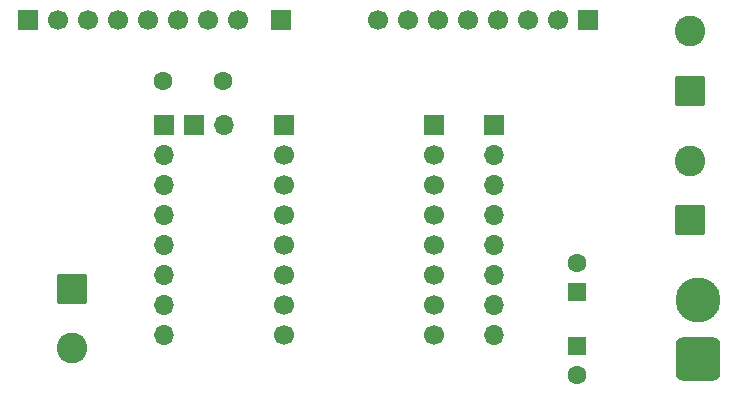
<source format=gbr>
%TF.GenerationSoftware,KiCad,Pcbnew,9.0.4*%
%TF.CreationDate,2025-09-30T20:07:29-04:00*%
%TF.ProjectId,motorDriverDaughter,6d6f746f-7244-4726-9976-657244617567,1*%
%TF.SameCoordinates,Original*%
%TF.FileFunction,Soldermask,Bot*%
%TF.FilePolarity,Negative*%
%FSLAX46Y46*%
G04 Gerber Fmt 4.6, Leading zero omitted, Abs format (unit mm)*
G04 Created by KiCad (PCBNEW 9.0.4) date 2025-09-30 20:07:29*
%MOMM*%
%LPD*%
G01*
G04 APERTURE LIST*
G04 Aperture macros list*
%AMRoundRect*
0 Rectangle with rounded corners*
0 $1 Rounding radius*
0 $2 $3 $4 $5 $6 $7 $8 $9 X,Y pos of 4 corners*
0 Add a 4 corners polygon primitive as box body*
4,1,4,$2,$3,$4,$5,$6,$7,$8,$9,$2,$3,0*
0 Add four circle primitives for the rounded corners*
1,1,$1+$1,$2,$3*
1,1,$1+$1,$4,$5*
1,1,$1+$1,$6,$7*
1,1,$1+$1,$8,$9*
0 Add four rect primitives between the rounded corners*
20,1,$1+$1,$2,$3,$4,$5,0*
20,1,$1+$1,$4,$5,$6,$7,0*
20,1,$1+$1,$6,$7,$8,$9,0*
20,1,$1+$1,$8,$9,$2,$3,0*%
G04 Aperture macros list end*
%ADD10C,1.700000*%
%ADD11R,1.700000X1.700000*%
%ADD12O,1.700000X1.700000*%
%ADD13C,1.600000*%
%ADD14RoundRect,0.250000X-1.050000X1.050000X-1.050000X-1.050000X1.050000X-1.050000X1.050000X1.050000X0*%
%ADD15C,2.600000*%
%ADD16RoundRect,0.250000X1.050000X-1.050000X1.050000X1.050000X-1.050000X1.050000X-1.050000X-1.050000X0*%
%ADD17RoundRect,0.760000X1.140000X-1.140000X1.140000X1.140000X-1.140000X1.140000X-1.140000X-1.140000X0*%
%ADD18C,3.800000*%
%ADD19RoundRect,0.250000X-0.550000X0.550000X-0.550000X-0.550000X0.550000X-0.550000X0.550000X0.550000X0*%
%ADD20RoundRect,0.250000X0.550000X-0.550000X0.550000X0.550000X-0.550000X0.550000X-0.550000X-0.550000X0*%
G04 APERTURE END LIST*
D10*
%TO.C,J1*%
X53500000Y-49040000D03*
X53500000Y-46500000D03*
X53500000Y-43960000D03*
X53500000Y-41420000D03*
X53500000Y-38880000D03*
X53500000Y-36340000D03*
X53500000Y-33800000D03*
D11*
X53500000Y-31260000D03*
%TD*%
D12*
%TO.C,U1*%
X35740000Y-31250000D03*
D11*
X33200000Y-31250000D03*
D12*
X58580000Y-49040000D03*
X58580000Y-46500000D03*
X58580000Y-43960000D03*
X58580000Y-41420000D03*
X58580000Y-38880000D03*
X58580000Y-36340000D03*
X30660000Y-49040000D03*
X30660000Y-46500000D03*
X30660000Y-43960000D03*
X30660000Y-41420000D03*
X30660000Y-38880000D03*
X30660000Y-36340000D03*
X30660000Y-33800000D03*
X58580000Y-33800000D03*
D11*
X58580000Y-31260000D03*
X30660000Y-31260000D03*
%TD*%
D13*
%TO.C,R2*%
X35675000Y-27540000D03*
X30595000Y-27540000D03*
%TD*%
D14*
%TO.C,J9*%
X22887500Y-45140000D03*
D15*
X22887500Y-50140000D03*
%TD*%
D11*
%TO.C,J8*%
X40560000Y-22340000D03*
%TD*%
D16*
%TO.C,J7*%
X75232500Y-28340000D03*
D15*
X75232500Y-23340000D03*
%TD*%
D16*
%TO.C,J6*%
X75232500Y-39340000D03*
D15*
X75232500Y-34340000D03*
%TD*%
D11*
%TO.C,J5*%
X19120000Y-22340000D03*
D10*
X21660000Y-22340000D03*
X24200000Y-22340000D03*
X26740000Y-22340000D03*
X29280000Y-22340000D03*
X31820000Y-22340000D03*
X34360000Y-22340000D03*
X36900000Y-22340000D03*
%TD*%
D11*
%TO.C,J4*%
X66550000Y-22340000D03*
D10*
X64010000Y-22340000D03*
X61470000Y-22340000D03*
X58930000Y-22340000D03*
X56390000Y-22340000D03*
X53850000Y-22340000D03*
X51310000Y-22340000D03*
X48770000Y-22340000D03*
%TD*%
D17*
%TO.C,J3*%
X75860000Y-51040000D03*
D18*
X75860000Y-46040000D03*
%TD*%
D11*
%TO.C,J2*%
X40820000Y-31260000D03*
D10*
X40820000Y-33800000D03*
X40820000Y-36340000D03*
X40820000Y-38880000D03*
X40820000Y-41420000D03*
X40820000Y-43960000D03*
X40820000Y-46500000D03*
X40820000Y-49040000D03*
%TD*%
D19*
%TO.C,C2*%
X65660000Y-49940000D03*
D13*
X65660000Y-52440000D03*
%TD*%
D20*
%TO.C,C1*%
X65660000Y-45440000D03*
D13*
X65660000Y-42940000D03*
%TD*%
M02*

</source>
